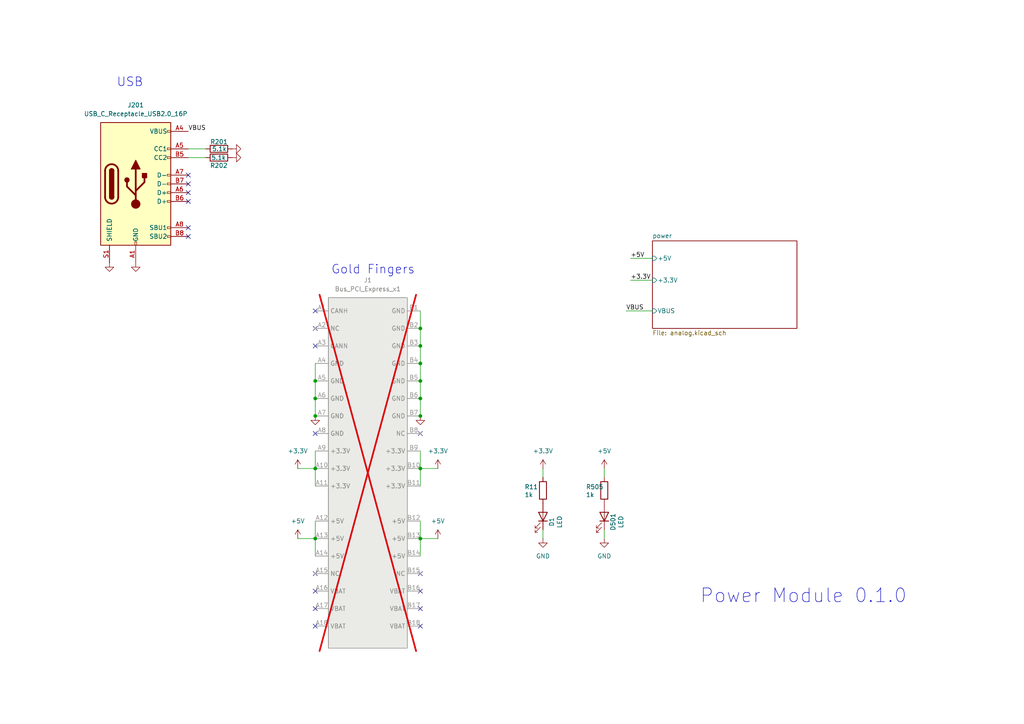
<source format=kicad_sch>
(kicad_sch (version 20250114) (generator "eeschema") (generator_version "9.0")
  (paper "A4")
  (lib_symbols
    (symbol "4in-kicad-library:PCIex1"
      (property "Reference" "J1" (at 0 0 0))
      (property "Value" "Bus_PCI_Express_x1" (at 0 0 0))
      (symbol "PCIex1_0_1"
        (rectangle (start -10.16 -5.08) (end 12.7 -106.68) (stroke (width 0.254)) (fill (type background)))
      )
      (symbol "PCIex1_1_1"
        (pin bidirectional line (at -13.97 -8.89 0) (length 3.81) (name "CANH") (number "A1"))
        (pin no_connect line (at -13.97 -13.97 0) (length 3.81) (name "NC") (number "A2"))
        (pin bidirectional line (at -13.97 -19.05 0) (length 3.81) (name "CANN") (number "A3"))
        (pin power_in line (at -13.97 -24.13 0) (length 3.81) (name "GND") (number "A4"))
        (pin power_in line (at -13.97 -29.21 0) (length 3.81) (name "GND") (number "A5"))
        (pin power_in line (at -13.97 -34.29 0) (length 3.81) (name "GND") (number "A6"))
        (pin power_in line (at -13.97 -39.37 0) (length 3.81) (name "GND") (number "A7"))
        (pin power_in line (at -13.97 -44.45 0) (length 3.81) (name "GND") (number "A8"))
        (pin power_in line (at -13.97 -49.53 0) (length 3.81) (name "+3.3V") (number "A9"))
        (pin power_in line (at -13.97 -54.61 0) (length 3.81) (name "+3.3V") (number "A10"))
        (pin power_in line (at -13.97 -59.69 0) (length 3.81) (name "+3.3V") (number "A11"))
        (pin power_in line (at -13.97 -69.85 0) (length 3.81) (name "+5V") (number "A12"))
        (pin power_in line (at -13.97 -74.93 0) (length 3.81) (name "+5V") (number "A13"))
        (pin power_in line (at -13.97 -80.01 0) (length 3.81) (name "+5V") (number "A14"))
        (pin no_connect line (at -13.97 -85.09 0) (length 3.81) (name "NC") (number "A15"))
        (pin power_in line (at -13.97 -90.17 0) (length 3.81) (name "VBAT") (number "A16"))
        (pin power_in line (at -13.97 -95.25 0) (length 3.81) (name "VBAT") (number "A17"))
        (pin power_in line (at -13.97 -100.33 0) (length 3.81) (name "VBAT") (number "A18"))
        (pin power_in line (at 16.51 -8.89 180) (length 3.81) (name "GND") (number "B1"))
        (pin power_in line (at 16.51 -13.97 180) (length 3.81) (name "GND") (number "B2"))
        (pin power_in line (at 16.51 -19.05 180) (length 3.81) (name "GND") (number "B3"))
        (pin power_in line (at 16.51 -24.13 180) (length 3.81) (name "GND") (number "B4"))
        (pin power_in line (at 16.51 -29.21 180) (length 3.81) (name "GND") (number "B5"))
        (pin power_in line (at 16.51 -34.29 180) (length 3.81) (name "GND") (number "B6"))
        (pin power_in line (at 16.51 -39.37 180) (length 3.81) (name "GND") (number "B7"))
        (pin no_connect line (at 16.51 -44.45 180) (length 3.81) (name "NC") (number "B8"))
        (pin power_in line (at 16.51 -49.53 180) (length 3.81) (name "+3.3V") (number "B9"))
        (pin power_in line (at 16.51 -54.61 180) (length 3.81) (name "+3.3V") (number "B10"))
        (pin power_in line (at 16.51 -59.69 180) (length 3.81) (name "+3.3V") (number "B11"))
        (pin power_in line (at 16.51 -69.85 180) (length 3.81) (name "+5V") (number "B12"))
        (pin power_in line (at 16.51 -74.93 180) (length 3.81) (name "+5V") (number "B13"))
        (pin power_in line (at 16.51 -80.01 180) (length 3.81) (name "+5V") (number "B14"))
        (pin no_connect line (at 16.51 -85.09 180) (length 3.81) (name "NC") (number "B15"))
        (pin power_in line (at 16.51 -90.17 180) (length 3.81) (name "VBAT") (number "B16"))
        (pin power_in line (at 16.51 -95.25 180) (length 3.81) (name "VBAT") (number "B17"))
        (pin power_in line (at 16.51 -100.33 180) (length 3.81) (name "VBAT") (number "B18"))
      )
    )
    (symbol "Connector:USB_C_Receptacle_USB2.0_16P" (pin_names (offset 1.016))
      (property "Reference" "J" (at 0 22.225 0))
      (property "Value" "USB_C_Receptacle_USB2.0_16P" (at 0 19.685 0))
      (symbol "USB_C_Receptacle_USB2.0_16P_0_0"
        (rectangle (start -0.254 -17.78) (end 0.254 -16.764))
        (rectangle (start 10.16 15.494) (end 9.144 14.986))
        (rectangle (start 10.16 10.414) (end 9.144 9.906))
        (rectangle (start 10.16 7.874) (end 9.144 7.366))
        (rectangle (start 10.16 2.794) (end 9.144 2.286))
        (rectangle (start 10.16 0.254) (end 9.144 -0.254))
        (rectangle (start 10.16 -2.286) (end 9.144 -2.794))
        (rectangle (start 10.16 -4.826) (end 9.144 -5.334))
        (rectangle (start 10.16 -12.446) (end 9.144 -12.954))
        (rectangle (start 10.16 -14.986) (end 9.144 -15.494))
      )
      (symbol "USB_C_Receptacle_USB2.0_16P_0_1"
        (rectangle (start -10.16 17.78) (end 10.16 -17.78) (stroke (width 0.254)) (fill (type background)))
        (polyline (pts (xy -8.89 -3.81) (xy -8.89 3.81)) (stroke (width 0.508)))
        (rectangle (start -7.62 -3.81) (end -6.35 3.81) (stroke (width 0.254)) (fill (type outline)))
        (arc (start -7.62 3.81) (mid -6.985 4.4423) (end -6.35 3.81) (stroke (width 0.254)))
        (arc (start -7.62 3.81) (mid -6.985 4.4423) (end -6.35 3.81) (stroke (width 0.254)) (fill (type outline)))
        (arc (start -8.89 3.81) (mid -6.985 5.7067) (end -5.08 3.81) (stroke (width 0.508)))
        (arc (start -5.08 -3.81) (mid -6.985 -5.7067) (end -8.89 -3.81) (stroke (width 0.508)))
        (arc (start -6.35 -3.81) (mid -6.985 -4.4423) (end -7.62 -3.81) (stroke (width 0.254)))
        (arc (start -6.35 -3.81) (mid -6.985 -4.4423) (end -7.62 -3.81) (stroke (width 0.254)) (fill (type outline)))
        (polyline (pts (xy -5.08 3.81) (xy -5.08 -3.81)) (stroke (width 0.508)))
        (circle (center -2.54 1.143) (radius 0.635) (stroke (width 0.254)) (fill (type outline)))
        (polyline (pts (xy -1.27 4.318) (xy 0 6.858) (xy 1.27 4.318) (xy -1.27 4.318)) (stroke (width 0.254)) (fill (type outline)))
        (polyline (pts (xy 0 -2.032) (xy 2.54 0.508) (xy 2.54 1.778)) (stroke (width 0.508)))
        (polyline (pts (xy 0 -3.302) (xy -2.54 -0.762) (xy -2.54 0.508)) (stroke (width 0.508)))
        (polyline (pts (xy 0 -5.842) (xy 0 4.318)) (stroke (width 0.508)))
        (circle (center 0 -5.842) (radius 1.27) (fill (type outline)))
        (rectangle (start 1.905 1.778) (end 3.175 3.048) (stroke (width 0.254)) (fill (type outline)))
      )
      (symbol "USB_C_Receptacle_USB2.0_16P_1_1"
        (pin passive line (at -7.62 -22.86 90) (length 5.08) (name "SHIELD") (number "S1"))
        (pin passive line (at 0 -22.86 90) (length 5.08) (name "GND") (number "A1"))
        (pin passive line (at 0 -22.86 90) (length 5.08) (hide yes) (name "GND") (number "A12"))
        (pin passive line (at 0 -22.86 90) (length 5.08) (hide yes) (name "GND") (number "B1"))
        (pin passive line (at 0 -22.86 90) (length 5.08) (hide yes) (name "GND") (number "B12"))
        (pin passive line (at 15.24 15.24 180) (length 5.08) (name "VBUS") (number "A4"))
        (pin passive line (at 15.24 15.24 180) (length 5.08) (hide yes) (name "VBUS") (number "A9"))
        (pin passive line (at 15.24 15.24 180) (length 5.08) (hide yes) (name "VBUS") (number "B4"))
        (pin passive line (at 15.24 15.24 180) (length 5.08) (hide yes) (name "VBUS") (number "B9"))
        (pin bidirectional line (at 15.24 10.16 180) (length 5.08) (name "CC1") (number "A5"))
        (pin bidirectional line (at 15.24 7.62 180) (length 5.08) (name "CC2") (number "B5"))
        (pin bidirectional line (at 15.24 2.54 180) (length 5.08) (name "D-") (number "A7"))
        (pin bidirectional line (at 15.24 0 180) (length 5.08) (name "D-") (number "B7"))
        (pin bidirectional line (at 15.24 -2.54 180) (length 5.08) (name "D+") (number "A6"))
        (pin bidirectional line (at 15.24 -5.08 180) (length 5.08) (name "D+") (number "B6"))
        (pin bidirectional line (at 15.24 -12.7 180) (length 5.08) (name "SBU1") (number "A8"))
        (pin bidirectional line (at 15.24 -15.24 180) (length 5.08) (name "SBU2") (number "B8"))
      )
    )
    (symbol "Device:LED" (pin_numbers (hide yes)) (pin_names (offset 1.016) (hide yes))
      (property "Reference" "D" (at 0 2.54 0))
      (property "Value" "LED" (at 0 -2.54 0))
      (symbol "LED_0_1"
        (polyline (pts (xy -3.048 -0.762) (xy -4.572 -2.286) (xy -3.81 -2.286) (xy -4.572 -2.286) (xy -4.572 -1.524)))
        (polyline (pts (xy -1.778 -0.762) (xy -3.302 -2.286) (xy -2.54 -2.286) (xy -3.302 -2.286) (xy -3.302 -1.524)))
        (polyline (pts (xy -1.27 0) (xy 1.27 0)))
        (polyline (pts (xy -1.27 -1.27) (xy -1.27 1.27)) (stroke (width 0.254)))
        (polyline (pts (xy 1.27 -1.27) (xy 1.27 1.27) (xy -1.27 0) (xy 1.27 -1.27)) (stroke (width 0.254)))
      )
      (symbol "LED_1_1"
        (pin passive line (at -3.81 0 0) (length 2.54) (name "K") (number "1"))
        (pin passive line (at 3.81 0 180) (length 2.54) (name "A") (number "2"))
      )
    )
    (symbol "Device:R" (pin_numbers (hide yes)) (pin_names (offset 0))
      (property "Reference" "R" (at 2.032 0 90))
      (property "Value" "R" (at 0 0 90))
      (symbol "R_0_1"
        (rectangle (start -1.016 -2.54) (end 1.016 2.54) (stroke (width 0.254)))
      )
      (symbol "R_1_1"
        (pin passive line (at 0 3.81 270) (length 1.27) (name "~") (number "1"))
        (pin passive line (at 0 -3.81 90) (length 1.27) (name "~") (number "2"))
      )
    )
    (symbol "power:GND" (power) (pin_numbers (hide yes)) (pin_names (offset 0) (hide yes))
      (property "Value" "GND" (at 0 -3.81 0))
      (symbol "GND_0_1"
        (polyline (pts (xy 0 0) (xy 0 -1.27) (xy 1.27 -1.27) (xy 0 -2.54) (xy -1.27 -1.27) (xy 0 -1.27)))
      )
      (symbol "GND_1_1"
        (pin power_in line (at 0 0 270) (length 0) (name "~") (number "1"))
      )
    )
    (symbol "power:VAA" (power) (pin_numbers (hide yes)) (pin_names (offset 0) (hide yes))
      (property "Value" "VAA" (at 0 3.556 0))
      (symbol "VAA_0_1"
        (polyline (pts (xy -0.762 1.27) (xy 0 2.54)))
        (polyline (pts (xy 0 2.54) (xy 0.762 1.27)))
        (polyline (pts (xy 0 0) (xy 0 2.54)))
      )
      (symbol "VAA_1_1"
        (pin power_in line (at 0 0 90) (length 0) (name "~") (number "1"))
      )
    )
  )
  (text "USB" (at 33.782 25.4 0) (effects (font (size 2.54 2.54)) (justify left bottom)))
  (text "Power Module 0.1.0" (at 202.946 175.26 0) (effects (font (size 4 4)) (justify left bottom)))
  (text "Next version:\n\n- MCU and CAN\n- Fuel Guage\n- USB PD" (at 301.752 175.768 0) (effects (font (size 1.905 1.905)) (justify left)))
  (text "Gold Fingers" (at 96.012 79.756 0) (effects (font (size 2.54 2.54)) (justify left bottom)))
  (junction (at 91.44 135.89))
  (junction (at 91.44 115.57))
  (junction (at 121.92 110.49))
  (junction (at 121.92 156.21))
  (junction (at 91.44 110.49))
  (junction (at 121.92 100.33))
  (junction (at 121.92 105.41))
  (junction (at 121.92 115.57))
  (junction (at 121.92 95.25))
  (junction (at 121.92 120.65))
  (junction (at 121.92 135.89))
  (junction (at 91.44 156.21))
  (junction (at 91.44 120.65))
  (no_connect (at 121.92 166.37))
  (no_connect (at 54.61 68.58))
  (no_connect (at 91.44 90.17))
  (no_connect (at 54.61 66.04))
  (no_connect (at 91.44 171.45))
  (no_connect (at 91.44 176.53))
  (no_connect (at 121.92 125.73))
  (no_connect (at 91.44 166.37))
  (no_connect (at 121.92 171.45))
  (no_connect (at 54.61 58.42))
  (no_connect (at 121.92 181.61))
  (no_connect (at 91.44 95.25))
  (no_connect (at 91.44 100.33))
  (no_connect (at 91.44 125.73))
  (no_connect (at 54.61 50.8))
  (no_connect (at 54.61 55.88))
  (no_connect (at 54.61 53.34))
  (no_connect (at 91.44 181.61))
  (no_connect (at 121.92 176.53))
  (wire (pts (xy 175.26 156.21) (xy 175.26 153.67)))
  (wire (pts (xy 121.92 135.89) (xy 121.92 140.97)))
  (wire (pts (xy 91.44 110.49) (xy 91.44 115.57)))
  (wire (pts (xy 59.69 43.18) (xy 54.61 43.18)))
  (wire (pts (xy 182.88 81.28) (xy 189.23 81.28)))
  (wire (pts (xy 175.26 135.89) (xy 175.26 138.43)))
  (wire (pts (xy 121.92 105.41) (xy 121.92 110.49)))
  (wire (pts (xy 121.92 156.21) (xy 121.92 151.13)))
  (wire (pts (xy 91.44 135.89) (xy 91.44 130.81)))
  (wire (pts (xy 121.92 135.89) (xy 121.92 130.81)))
  (wire (pts (xy 121.92 100.33) (xy 121.92 105.41)))
  (wire (pts (xy 91.44 105.41) (xy 91.44 110.49)))
  (wire (pts (xy 121.92 115.57) (xy 121.92 120.65)))
  (wire (pts (xy 91.44 135.89) (xy 91.44 140.97)))
  (wire (pts (xy 86.36 156.21) (xy 91.44 156.21)))
  (wire (pts (xy 181.61 90.17) (xy 189.23 90.17)))
  (wire (pts (xy 86.36 135.89) (xy 91.44 135.89)))
  (wire (pts (xy 127 135.89) (xy 121.92 135.89)))
  (wire (pts (xy 121.92 110.49) (xy 121.92 115.57)))
  (wire (pts (xy 91.44 156.21) (xy 91.44 161.29)))
  (wire (pts (xy 121.92 95.25) (xy 121.92 100.33)))
  (wire (pts (xy 127 156.21) (xy 121.92 156.21)))
  (wire (pts (xy 182.88 74.93) (xy 189.23 74.93)))
  (wire (pts (xy 91.44 115.57) (xy 91.44 120.65)))
  (wire (pts (xy 157.48 135.89) (xy 157.48 138.43)))
  (wire (pts (xy 157.48 156.21) (xy 157.48 153.67)))
  (wire (pts (xy 121.92 90.17) (xy 121.92 95.25)))
  (wire (pts (xy 59.69 45.72) (xy 54.61 45.72)))
  (wire (pts (xy 91.44 156.21) (xy 91.44 151.13)))
  (wire (pts (xy 121.92 156.21) (xy 121.92 161.29)))
  (label "+5V" (at 182.88 74.93 0))
  (label "VBUS" (at 54.61 38.1 0))
  (label "+3.3V" (at 182.88 81.28 0))
  (label "VBUS" (at 181.61 90.17 0))
  (symbol (lib_id "power:GND") (at 175.26 156.21 0) (unit 1)
    (property "Reference" "#PWR0502" (effects (hide yes)))
    (property "Value" "GND" (at 175.26 161.29 0))
    (property "Description" "Power symbol creates a global label with name \"GND\" , ground" (effects (hide yes)))
  )
  (symbol (lib_id "power:VAA") (at 86.36 135.89 0) (unit 1)
    (property "Reference" "#PWR022" (effects (hide yes)))
    (property "Value" "+3.3V" (at 86.36 130.81 0))
    (property "Description" "Power symbol creates a global label with name \"VAA\"" (effects (hide yes)))
  )
  (symbol (lib_id "power:GND") (at 121.92 120.65 0) (unit 1)
    (property "Reference" "#PWR014" (effects (hide yes)))
    (property "Value" "GND" (effects (hide yes)))
    (property "Description" "Power symbol creates a global label with name \"GND\" , ground" (effects (hide yes)))
  )
  (symbol (lib_id "power:VAA") (at 127 156.21 0) (unit 1)
    (property "Reference" "#PWR021" (effects (hide yes)))
    (property "Value" "+5V" (at 127 151.13 0))
    (property "Description" "Power symbol creates a global label with name \"VAA\"" (effects (hide yes)))
  )
  (symbol (lib_id "power:VAA") (at 86.36 156.21 0) (unit 1)
    (property "Reference" "#PWR010" (effects (hide yes)))
    (property "Value" "+5V" (at 86.36 151.13 0))
    (property "Description" "Power symbol creates a global label with name \"VAA\"" (effects (hide yes)))
  )
  (symbol (lib_id "power:GND") (at 39.37 76.2 0) (unit 1)
    (property "Reference" "#PWR029" (effects (hide yes)))
    (property "Value" "GND" (effects (hide yes)))
    (property "Description" "Power symbol creates a global label with name \"GND\" , ground" (effects (hide yes)))
  )
  (symbol (lib_id "power:VAA") (at 127 135.89 0) (unit 1)
    (property "Reference" "#PWR023" (effects (hide yes)))
    (property "Value" "+3.3V" (at 127 130.81 0))
    (property "Description" "Power symbol creates a global label with name \"VAA\"" (effects (hide yes)))
  )
  (symbol (lib_id "power:GND") (at 67.31 45.72 90) (unit 1)
    (property "Reference" "#PWR019" (effects (hide yes)))
    (property "Value" "GND" (effects (hide yes)))
    (property "Description" "Power symbol creates a global label with name \"GND\" , ground" (effects (hide yes)))
  )
  (symbol (lib_id "power:GND") (at 31.75 76.2 0) (unit 1)
    (property "Reference" "#PWR028" (effects (hide yes)))
    (property "Value" "GND" (effects (hide yes)))
    (property "Description" "Power symbol creates a global label with name \"GND\" , ground" (effects (hide yes)))
  )
  (symbol (lib_id "power:GND") (at 91.44 120.65 0) (unit 1)
    (property "Reference" "#PWR015" (effects (hide yes)))
    (property "Value" "GND" (effects (hide yes)))
    (property "Description" "Power symbol creates a global label with name \"GND\" , ground" (effects (hide yes)))
  )
  (symbol (lib_id "power:VAA") (at 157.48 135.89 0) (unit 1)
    (property "Reference" "#PWR026" (effects (hide yes)))
    (property "Value" "+3.3V" (at 157.48 130.81 0))
    (property "Description" "Power symbol creates a global label with name \"VAA\"" (effects (hide yes)))
  )
  (symbol (lib_id "power:GND") (at 67.31 43.18 90) (unit 1)
    (property "Reference" "#PWR020" (effects (hide yes)))
    (property "Value" "GND" (effects (hide yes)))
    (property "Description" "Power symbol creates a global label with name \"GND\" , ground" (effects (hide yes)))
  )
  (symbol (lib_id "power:VAA") (at 175.26 135.89 0) (unit 1)
    (property "Reference" "#PWR0501" (effects (hide yes)))
    (property "Value" "+5V" (at 175.26 130.81 0))
    (property "Description" "Power symbol creates a global label with name \"VAA\"" (effects (hide yes)))
  )
  (symbol (lib_id "Device:R") (at 63.5 45.72 90) (unit 1)
    (property "Reference" "R202" (at 66.04 48.006 90) (effects (justify left)))
    (property "Value" "5.1k" (at 65.532 45.72 90) (effects (justify left)))
    (property "Footprint" "Resistor_SMD:R_0402_1005Metric" (effects (hide yes)))
    (property "Description" "Resistor" (effects (hide yes)))
    (property "JLC Link" "https://jlcpcb.com/partdetail/26648-0402WGF5101TCE/C25905" (effects (hide yes)))
    (property "basic?" "yes" (effects (hide yes)))
    (property "info" "5.1k ohm" (effects (hide yes)))
    (property "price" "C$0.0006" (effects (hide yes)))
    (property "LCSC PN" "C25905" (effects (hide yes)))
  )
  (symbol (lib_id "4in-kicad-library:PCIex1") (at 105.41 81.28 0) (unit 1) (dnp yes)
    (property "Reference" "J1" (at 106.68 81.28 0))
    (property "Value" "Bus_PCI_Express_x1" (at 106.68 83.82 0))
    (property "Footprint" "4in-kicad-library:PCIeX1" (effects (hide yes)))
    (property "Datasheet" "http://www.ritrontek.com/uploadfile/2016/1026/20161026105231124.pdf#page=63" (effects (hide yes)))
    (property "Description" "PCI Express bus connector x1" (effects (hide yes)))
  )
  (symbol (lib_id "Device:R") (at 63.5 43.18 270) (unit 1)
    (property "Reference" "R201" (at 60.96 41.148 90) (effects (justify left)))
    (property "Value" "5.1k" (at 61.468 43.18 90) (effects (justify left)))
    (property "Footprint" "Resistor_SMD:R_0402_1005Metric" (effects (hide yes)))
    (property "Description" "Resistor" (effects (hide yes)))
    (property "JLC Link" "https://jlcpcb.com/partdetail/26648-0402WGF5101TCE/C25905" (effects (hide yes)))
    (property "basic?" "yes" (effects (hide yes)))
    (property "info" "5.1k ohm" (effects (hide yes)))
    (property "price" "C$0.0006" (effects (hide yes)))
    (property "LCSC PN" "C25905" (effects (hide yes)))
  )
  (symbol (lib_id "Connector:USB_C_Receptacle_USB2.0_16P") (at 39.37 53.34 0) (unit 1)
    (property "Reference" "J201" (at 39.37 30.48 0))
    (property "Value" "USB_C_Receptacle_USB2.0_16P" (at 39.37 33.02 0))
    (property "Footprint" "Connector_USB:USB_C_Receptacle_Palconn_UTC16-G" (effects (hide yes)))
    (property "Datasheet" "https://www.usb.org/sites/default/files/documents/usb_type-c.zip" (effects (hide yes)))
    (property "Description" "USB 2.0-only 16P Type-C Receptacle connector" (effects (hide yes)))
    (property "JLC Link" "https://jlcpcb.com/partdetail/ShouHan-TYPE_C_16PIN_2MD_073/C2765186" (effects (hide yes)))
    (property "basic?" "no" (effects (hide yes)))
    (property "info" "USB-C" (effects (hide yes)))
    (property "price" "C$0.0738 " (effects (hide yes)))
    (property "LCSC PN" "C2765186" (effects (hide yes)))
  )
  (symbol (lib_id "Device:LED") (at 157.48 149.86 270) (mirror x) (unit 1)
    (property "Reference" "D1" (at 160.02 151.384 0))
    (property "Value" "LED" (at 162.306 151.384 0))
    (property "Footprint" "LED_SMD:LED_0603_1608Metric" (effects (hide yes)))
    (property "Description" "Red LED" (effects (hide yes)))
    (property "JLC Link" "https://jlcpcb.com/partdetail/Hubei_KentoElec-KT0603R/C2286" (effects (hide yes)))
    (property "basic?" "yes" (effects (hide yes)))
    (property "info" "Red LED" (effects (hide yes)))
    (property "price" "C$0.0075 " (effects (hide yes)))
    (property "LCSC PN" "C2286" (effects (hide yes)))
  )
  (symbol (lib_id "Device:LED") (at 175.26 149.86 270) (mirror x) (unit 1)
    (property "Reference" "D501" (at 177.8 151.384 0))
    (property "Value" "LED" (at 180.086 151.384 0))
    (property "Footprint" "LED_SMD:LED_0603_1608Metric" (effects (hide yes)))
    (property "Description" "Red LED" (effects (hide yes)))
    (property "JLC Link" "https://jlcpcb.com/partdetail/Hubei_KentoElec-KT0603R/C2286" (effects (hide yes)))
    (property "basic?" "yes" (effects (hide yes)))
    (property "info" "Red LED" (effects (hide yes)))
    (property "price" "C$0.0075 " (effects (hide yes)))
    (property "LCSC PN" "C2286" (effects (hide yes)))
  )
  (symbol (lib_id "Device:R") (at 175.26 142.24 0) (unit 1)
    (property "Reference" "R505" (at 169.926 141.224 0) (effects (justify left)))
    (property "Value" "1k" (at 169.926 143.51 0) (effects (justify left)))
    (property "Footprint" "Resistor_SMD:R_0402_1005Metric" (effects (hide yes)))
    (property "Description" "Resistor" (effects (hide yes)))
    (property "JLC Link" "https://jlcpcb.com/partdetail/12256-0402WGF1001TCE/C11702" (effects (hide yes)))
    (property "basic?" "yes" (effects (hide yes)))
    (property "info" "150 ohm" (effects (hide yes)))
    (property "price" "C$0.0007" (effects (hide yes)))
    (property "LCSC PN" "C11702" (effects (hide yes)))
  )
  (symbol (lib_id "power:GND") (at 157.48 156.21 0) (unit 1)
    (property "Reference" "#PWR048" (effects (hide yes)))
    (property "Value" "GND" (at 157.48 161.29 0))
    (property "Description" "Power symbol creates a global label with name \"GND\" , ground" (effects (hide yes)))
  )
  (symbol (lib_id "Device:R") (at 157.48 142.24 0) (unit 1)
    (property "Reference" "R11" (at 152.146 141.224 0) (effects (justify left)))
    (property "Value" "1k" (at 152.146 143.51 0) (effects (justify left)))
    (property "Footprint" "Resistor_SMD:R_0402_1005Metric" (effects (hide yes)))
    (property "Description" "Resistor" (effects (hide yes)))
    (property "JLC Link" "https://jlcpcb.com/partdetail/12256-0402WGF1001TCE/C11702" (effects (hide yes)))
    (property "basic?" "yes" (effects (hide yes)))
    (property "info" "150 ohm" (effects (hide yes)))
    (property "price" "C$0.0007" (effects (hide yes)))
    (property "LCSC PN" "C11702" (effects (hide yes)))
  )
  (sheet (at 189.23 69.85) (size 41.91 25.4) (stroke (width 0.1524))
    (property "Sheetname" "power" (at 189.23 69.1384 0) (effects (justify left bottom)))
    (property "Sheetfile" "analog.kicad_sch" (at 189.23 95.8346 0) (effects (justify left top)))
    (pin "VBUS" input (at 189.23 90.17 180))
    (pin "+5V" input (at 189.23 74.93 180))
    (pin "+3.3V" input (at 189.23 81.28 180))
  )
)
</source>
